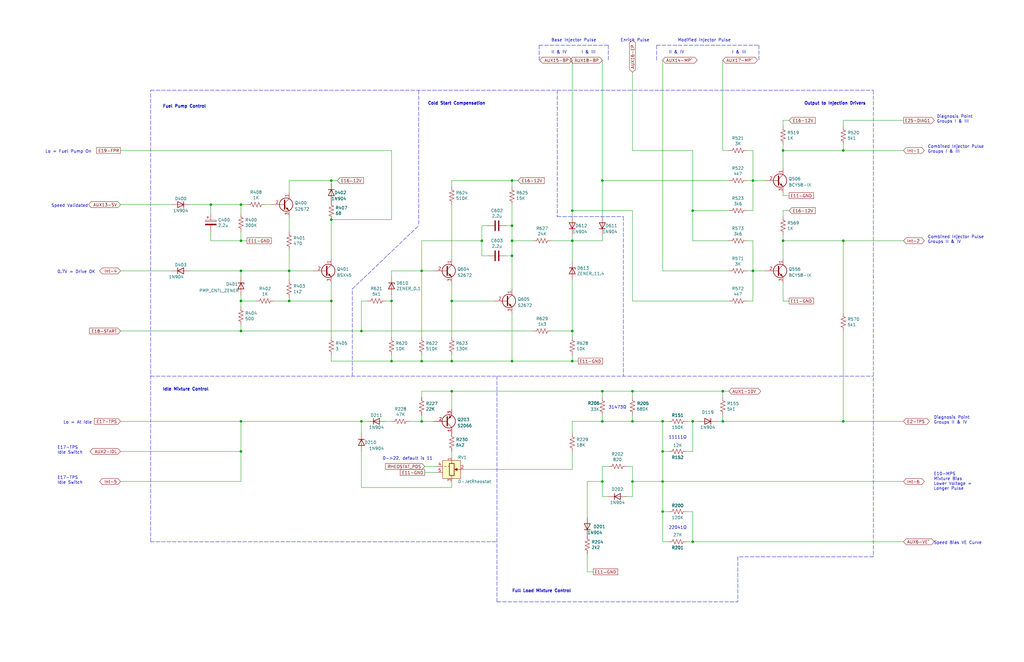
<source format=kicad_sch>
(kicad_sch (version 20211123) (generator eeschema)
  (paper "B")
  (title_block (title "Bosch D-Jetronic ECU 0 280 002 005") (date "2022-03-13") (rev "1.09") (company "Mercedes-Benz") (comment 1 "M117.982 Engine") (comment 2 "Bosch Order # 0 280 002 005") (comment 3 "Mercedes-Benz Part # A 000 545 26 32") (comment 4 "TPS and Fuel Pump Control"))
  (lib_symbols
    (symbol "Bosch-ECU-0-280-002-005-rescue:CP-Device" (pin_numbers hide) (pin_names (offset 0.254))
      (property "Reference" "C" (at 0.635 2.54 0))
      (property "Value" "CP-Device" (at 0.635 -2.54 0))
      (symbol "CP-Device_0_1"
        (rectangle (start -2.286 0.508) (end 2.286 1.016))
        (polyline (pts (xy -1.778 2.286) (xy -0.762 2.286)))
        (polyline (pts (xy -1.27 2.794) (xy -1.27 1.778)))
        (rectangle (start 2.286 -0.508) (end -2.286 -1.016) (fill (type outline)))
      )
      (symbol "CP-Device_1_1"
        (pin passive line (at 0 3.81 270) (length 2.794) (name "~") (number "1"))
        (pin passive line (at 0 -3.81 90) (length 2.794) (name "~") (number "2"))
      )
    )
    (symbol "Bosch-ECU-0-280-002-005-rescue:D-JetRheostat-BritishIdeas" (pin_names (offset 1.016) hide)
      (property "Reference" "RV" (at 2.54 5.08 0))
      (property "Value" "Bosch-ECU-0-280-002-005-rescue_D-JetRheostat-BritishIdeas" (at 0 -12.7 0))
      (symbol "D-JetRheostat-BritishIdeas_0_1"
        (polyline (pts (xy -3.048 1.27) (xy -2.286 1.27)))
        (polyline (pts (xy -1.524 1.27) (xy -1.016 1.27)))
        (polyline (pts (xy 0 -3.81) (xy 0 -2.54)))
        (polyline (pts (xy 0 2.54) (xy 0 3.81)))
        (polyline (pts (xy 2.54 0) (xy 1.524 0)))
        (polyline (pts (xy 3.81 0) (xy 2.54 0)))
        (polyline (pts (xy 1.143 0) (xy 2.286 0.508) (xy 2.286 -0.508) (xy 1.143 0)) (fill (type outline)))
        (rectangle (start 1.016 2.54) (end -1.016 -2.54) (stroke (width 0.254)))
        (rectangle (start 3.81 3.81) (end -3.81 -3.81) (fill (type background)))
      )
      (symbol "D-JetRheostat-BritishIdeas_1_1"
        (pin passive line (at 0 5.08 270) (length 1.27) (name "1") (number "1"))
        (pin passive line (at 5.08 0 180) (length 1.27) (name "2") (number "2"))
        (pin passive line (at 0 -5.08 90) (length 1.27) (name "3") (number "3"))
        (pin input line (at -6.35 1.27 0) (length 2.54) (name "KNOB_POS") (number "4"))
        (pin power_in line (at -6.35 -1.27 0) (length 2.54) (name "GND") (number "5"))
      )
    )
    (symbol "Device:C" (pin_numbers hide) (pin_names (offset 0.254))
      (property "Reference" "C" (at 0.635 2.54 0))
      (property "Value" "C" (at 0.635 -2.54 0))
      (symbol "C_0_1"
        (polyline (pts (xy -2.032 -0.762) (xy 2.032 -0.762)) (stroke (width 0.508)))
        (polyline (pts (xy -2.032 0.762) (xy 2.032 0.762)) (stroke (width 0.508)))
      )
      (symbol "C_1_1"
        (pin passive line (at 0 3.81 270) (length 2.794) (name "~") (number "1"))
        (pin passive line (at 0 -3.81 90) (length 2.794) (name "~") (number "2"))
      )
    )
    (symbol "Device:D" (pin_numbers hide) (pin_names (offset 1.016) hide)
      (property "Reference" "D" (at 0 2.54 0))
      (property "Value" "D" (at 0 -2.54 0))
      (symbol "D_0_1"
        (polyline (pts (xy -1.27 1.27) (xy -1.27 -1.27)) (stroke (width 0.254)))
        (polyline (pts (xy 1.27 0) (xy -1.27 0)))
        (polyline (pts (xy 1.27 1.27) (xy 1.27 -1.27) (xy -1.27 0) (xy 1.27 1.27)) (stroke (width 0.254)))
      )
      (symbol "D_1_1"
        (pin passive line (at -3.81 0 0) (length 2.54) (name "K") (number "1"))
        (pin passive line (at 3.81 0 180) (length 2.54) (name "A") (number "2"))
      )
    )
    (symbol "Device:D_Zener" (pin_numbers hide) (pin_names (offset 1.016) hide)
      (property "Reference" "D" (at 0 2.54 0))
      (property "Value" "D_Zener" (at 0 -2.54 0))
      (symbol "D_Zener_0_1"
        (polyline (pts (xy 1.27 0) (xy -1.27 0)))
        (polyline (pts (xy -1.27 -1.27) (xy -1.27 1.27) (xy -0.762 1.27)) (stroke (width 0.254)))
        (polyline (pts (xy 1.27 -1.27) (xy 1.27 1.27) (xy -1.27 0) (xy 1.27 -1.27)) (stroke (width 0.254)))
      )
      (symbol "D_Zener_1_1"
        (pin passive line (at -3.81 0 0) (length 2.54) (name "K") (number "1"))
        (pin passive line (at 3.81 0 180) (length 2.54) (name "A") (number "2"))
      )
    )
    (symbol "Device:Q_PNP_CBE" (pin_names (offset 0) hide)
      (property "Reference" "Q" (at 5.08 1.27 0))
      (property "Value" "Q_PNP_CBE" (at 5.08 -1.27 0))
      (symbol "Q_PNP_CBE_0_1"
        (polyline (pts (xy 0.635 0.635) (xy 2.54 2.54)))
        (polyline (pts (xy 0.635 -0.635) (xy 2.54 -2.54) (xy 2.54 -2.54)))
        (polyline (pts (xy 0.635 1.905) (xy 0.635 -1.905) (xy 0.635 -1.905)) (stroke (width 0.508)))
        (polyline (pts (xy 2.286 -1.778) (xy 1.778 -2.286) (xy 1.27 -1.27) (xy 2.286 -1.778) (xy 2.286 -1.778)) (fill (type outline)))
        (circle (center 1.27 0) (radius 2.8194) (stroke (width 0.254)))
      )
      (symbol "Q_PNP_CBE_1_1"
        (pin passive line (at 2.54 5.08 270) (length 2.54) (name "C") (number "1"))
        (pin input line (at -5.08 0 0) (length 5.715) (name "B") (number "2"))
        (pin passive line (at 2.54 -5.08 90) (length 2.54) (name "E") (number "3"))
      )
    )
    (symbol "Device:R_US" (pin_numbers hide) (pin_names (offset 0))
      (property "Reference" "R" (at 2.54 0 90))
      (property "Value" "R_US" (at -2.54 0 90))
      (symbol "R_US_0_1"
        (polyline (pts (xy 0 -2.286) (xy 0 -2.54)))
        (polyline (pts (xy 0 2.286) (xy 0 2.54)))
        (polyline (pts (xy 0 -0.762) (xy 1.016 -1.143) (xy 0 -1.524) (xy -1.016 -1.905) (xy 0 -2.286)))
        (polyline (pts (xy 0 0.762) (xy 1.016 0.381) (xy 0 0) (xy -1.016 -0.381) (xy 0 -0.762)))
        (polyline (pts (xy 0 2.286) (xy 1.016 1.905) (xy 0 1.524) (xy -1.016 1.143) (xy 0 0.762)))
      )
      (symbol "R_US_1_1"
        (pin passive line (at 0 3.81 270) (length 1.27) (name "~") (number "1"))
        (pin passive line (at 0 -3.81 90) (length 1.27) (name "~") (number "2"))
      )
    )
    (symbol "Transistor_BJT:BC548" (pin_names (offset 0) hide)
      (property "Reference" "Q" (at 5.08 1.905 0))
      (property "Value" "BC548" (at 5.08 0 0))
      (symbol "BC548_0_1"
        (polyline (pts (xy 0 0) (xy 0.635 0)))
        (polyline (pts (xy 0.635 0.635) (xy 2.54 2.54)))
        (polyline (pts (xy 0.635 -0.635) (xy 2.54 -2.54) (xy 2.54 -2.54)))
        (polyline (pts (xy 0.635 1.905) (xy 0.635 -1.905) (xy 0.635 -1.905)) (stroke (width 0.508)))
        (polyline (pts (xy 1.27 -1.778) (xy 1.778 -1.27) (xy 2.286 -2.286) (xy 1.27 -1.778) (xy 1.27 -1.778)) (fill (type outline)))
        (circle (center 1.27 0) (radius 2.8194) (stroke (width 0.254)))
      )
      (symbol "BC548_1_1"
        (pin passive line (at 2.54 5.08 270) (length 2.54) (name "C") (number "1"))
        (pin input line (at -5.08 0 0) (length 5.08) (name "B") (number "2"))
        (pin passive line (at 2.54 -5.08 90) (length 2.54) (name "E") (number "3"))
      )
    )
  )
  (junction (at 241.3 101.6))
  (junction (at 355.6 177.8))
  (junction (at 101.6 114.3))
  (junction (at 177.8 114.3))
  (junction (at 330.2 101.6))
  (junction (at 190.5 165.1))
  (junction (at 254 165.1))
  (junction (at 152.4 139.7))
  (junction (at 317.5 114.3))
  (junction (at 101.6 190.5))
  (junction (at 101.6 86.36))
  (junction (at 177.8 177.8))
  (junction (at 279.4 203.2))
  (junction (at 121.92 127))
  (junction (at 279.4 215.9))
  (junction (at 165.1 127))
  (junction (at 241.3 152.4))
  (junction (at 292.1 88.9))
  (junction (at 139.7 92.71))
  (junction (at 101.6 101.6))
  (junction (at 215.9 95.25))
  (junction (at 190.5 127))
  (junction (at 101.6 177.8))
  (junction (at 190.5 152.4))
  (junction (at 254 76.2))
  (junction (at 101.6 139.7))
  (junction (at 266.7 177.8))
  (junction (at 121.92 114.3))
  (junction (at 266.7 203.2))
  (junction (at 254 203.2))
  (junction (at 355.6 63.5))
  (junction (at 304.8 177.8))
  (junction (at 355.6 101.6))
  (junction (at 101.6 127))
  (junction (at 88.9 86.36))
  (junction (at 330.2 63.5))
  (junction (at 165.1 152.4))
  (junction (at 254 177.8))
  (junction (at 215.9 76.2))
  (junction (at 292.1 228.6))
  (junction (at 266.7 165.1))
  (junction (at 152.4 177.8))
  (junction (at 279.4 177.8))
  (junction (at 215.9 152.4))
  (junction (at 241.3 88.9))
  (junction (at 177.8 152.4))
  (junction (at 139.7 76.2))
  (junction (at 215.9 101.6))
  (junction (at 241.3 139.7))
  (junction (at 203.2 101.6))
  (junction (at 304.8 165.1))
  (junction (at 292.1 177.8))
  (junction (at 215.9 107.95))
  (junction (at 317.5 76.2))
  (junction (at 139.7 127))
  (junction (at 279.4 190.5))
  (wire (pts (xy 254 209.55) (xy 256.54 209.55)))
  (wire (pts (xy 101.6 86.36) (xy 104.14 86.36)))
  (wire (pts (xy 203.2 107.95) (xy 205.74 107.95)))
  (polyline (pts (xy 262.89 91.44) (xy 262.89 158.75)))
  (wire (pts (xy 241.3 177.8) (xy 241.3 182.88)))
  (wire (pts (xy 203.2 101.6) (xy 203.2 107.95)))
  (wire (pts (xy 190.5 165.1) (xy 254 165.1)))
  (wire (pts (xy 241.3 139.7) (xy 241.3 142.24)))
  (wire (pts (xy 279.4 215.9) (xy 279.4 228.6)))
  (wire (pts (xy 152.4 177.8) (xy 152.4 182.88)))
  (wire (pts (xy 314.96 114.3) (xy 317.5 114.3)))
  (polyline (pts (xy 368.3 234.95) (xy 311.15 234.95)))
  (wire (pts (xy 50.8 86.36) (xy 72.39 86.36)))
  (wire (pts (xy 177.8 101.6) (xy 203.2 101.6)))
  (wire (pts (xy 279.4 190.5) (xy 279.4 203.2)))
  (wire (pts (xy 50.8 190.5) (xy 101.6 190.5)))
  (polyline (pts (xy 227.33 19.05) (xy 256.54 19.05)))
  (wire (pts (xy 266.7 165.1) (xy 304.8 165.1)))
  (wire (pts (xy 107.95 127) (xy 101.6 127)))
  (wire (pts (xy 165.1 63.5) (xy 165.1 92.71)))
  (wire (pts (xy 111.76 86.36) (xy 114.3 86.36)))
  (polyline (pts (xy 368.3 38.1) (xy 368.3 234.95)))
  (wire (pts (xy 279.4 177.8) (xy 281.94 177.8)))
  (wire (pts (xy 266.7 30.48) (xy 266.7 63.5)))
  (wire (pts (xy 241.3 149.86) (xy 241.3 152.4)))
  (polyline (pts (xy 234.95 38.1) (xy 234.95 91.44)))
  (polyline (pts (xy 148.59 121.92) (xy 176.53 95.25)))
  (wire (pts (xy 266.7 203.2) (xy 279.4 203.2)))
  (wire (pts (xy 154.94 177.8) (xy 152.4 177.8)))
  (wire (pts (xy 232.41 139.7) (xy 241.3 139.7)))
  (wire (pts (xy 177.8 114.3) (xy 177.8 101.6)))
  (wire (pts (xy 215.9 101.6) (xy 215.9 107.95)))
  (wire (pts (xy 88.9 86.36) (xy 101.6 86.36)))
  (polyline (pts (xy 227.33 25.4) (xy 227.33 19.05)))
  (wire (pts (xy 101.6 114.3) (xy 121.92 114.3)))
  (wire (pts (xy 241.3 118.11) (xy 241.3 139.7)))
  (wire (pts (xy 190.5 78.74) (xy 190.5 76.2)))
  (wire (pts (xy 330.2 53.34) (xy 330.2 50.8)))
  (wire (pts (xy 154.94 127) (xy 152.4 127)))
  (wire (pts (xy 292.1 177.8) (xy 292.1 190.5)))
  (wire (pts (xy 292.1 190.5) (xy 289.56 190.5)))
  (wire (pts (xy 101.6 139.7) (xy 152.4 139.7)))
  (wire (pts (xy 330.2 60.96) (xy 330.2 63.5)))
  (wire (pts (xy 101.6 137.16) (xy 101.6 139.7)))
  (wire (pts (xy 307.34 88.9) (xy 292.1 88.9)))
  (wire (pts (xy 50.8 177.8) (xy 101.6 177.8)))
  (wire (pts (xy 254 25.4) (xy 254 76.2)))
  (wire (pts (xy 279.4 114.3) (xy 307.34 114.3)))
  (wire (pts (xy 139.7 77.47) (xy 139.7 76.2)))
  (wire (pts (xy 80.01 86.36) (xy 88.9 86.36)))
  (wire (pts (xy 266.7 177.8) (xy 279.4 177.8)))
  (polyline (pts (xy 63.5 38.1) (xy 368.3 38.1)))
  (wire (pts (xy 294.64 177.8) (xy 292.1 177.8)))
  (wire (pts (xy 266.7 196.85) (xy 266.7 203.2)))
  (wire (pts (xy 330.2 88.9) (xy 332.74 88.9)))
  (wire (pts (xy 50.8 203.2) (xy 101.6 203.2)))
  (wire (pts (xy 215.9 107.95) (xy 215.9 121.92)))
  (wire (pts (xy 355.6 177.8) (xy 381 177.8)))
  (wire (pts (xy 101.6 101.6) (xy 104.14 101.6)))
  (wire (pts (xy 121.92 105.41) (xy 121.92 114.3)))
  (wire (pts (xy 314.96 101.6) (xy 317.5 101.6)))
  (wire (pts (xy 330.2 99.06) (xy 330.2 101.6)))
  (wire (pts (xy 241.3 99.06) (xy 241.3 101.6)))
  (wire (pts (xy 330.2 91.44) (xy 330.2 88.9)))
  (wire (pts (xy 177.8 149.86) (xy 177.8 152.4)))
  (wire (pts (xy 266.7 127) (xy 307.34 127)))
  (wire (pts (xy 279.4 228.6) (xy 281.94 228.6)))
  (wire (pts (xy 215.9 95.25) (xy 215.9 101.6)))
  (wire (pts (xy 139.7 142.24) (xy 139.7 127)))
  (wire (pts (xy 101.6 177.8) (xy 152.4 177.8)))
  (wire (pts (xy 241.3 198.12) (xy 195.58 198.12)))
  (wire (pts (xy 152.4 127) (xy 152.4 139.7)))
  (wire (pts (xy 314.96 63.5) (xy 317.5 63.5)))
  (wire (pts (xy 165.1 149.86) (xy 165.1 152.4)))
  (wire (pts (xy 121.92 91.44) (xy 121.92 97.79)))
  (wire (pts (xy 355.6 101.6) (xy 381 101.6)))
  (wire (pts (xy 289.56 215.9) (xy 292.1 215.9)))
  (wire (pts (xy 121.92 114.3) (xy 121.92 118.11)))
  (wire (pts (xy 177.8 165.1) (xy 190.5 165.1)))
  (wire (pts (xy 203.2 95.25) (xy 205.74 95.25)))
  (wire (pts (xy 330.2 127) (xy 332.74 127)))
  (wire (pts (xy 304.8 165.1) (xy 307.34 165.1)))
  (polyline (pts (xy 209.55 254) (xy 311.15 254)))
  (wire (pts (xy 304.8 63.5) (xy 307.34 63.5)))
  (polyline (pts (xy 63.5 228.6) (xy 63.5 38.1)))
  (wire (pts (xy 190.5 127) (xy 190.5 142.24)))
  (wire (pts (xy 190.5 76.2) (xy 215.9 76.2)))
  (wire (pts (xy 241.3 88.9) (xy 241.3 91.44)))
  (polyline (pts (xy 320.04 19.05) (xy 320.04 25.4)))
  (wire (pts (xy 139.7 149.86) (xy 139.7 152.4)))
  (wire (pts (xy 264.16 196.85) (xy 266.7 196.85)))
  (wire (pts (xy 190.5 190.5) (xy 190.5 193.04)))
  (wire (pts (xy 241.3 190.5) (xy 241.3 198.12)))
  (wire (pts (xy 88.9 101.6) (xy 101.6 101.6)))
  (wire (pts (xy 165.1 114.3) (xy 177.8 114.3)))
  (wire (pts (xy 247.65 241.3) (xy 250.19 241.3)))
  (wire (pts (xy 254 196.85) (xy 256.54 196.85)))
  (wire (pts (xy 190.5 86.36) (xy 190.5 109.22)))
  (wire (pts (xy 330.2 50.8) (xy 332.74 50.8)))
  (wire (pts (xy 215.9 78.74) (xy 215.9 76.2)))
  (wire (pts (xy 215.9 101.6) (xy 224.79 101.6)))
  (wire (pts (xy 177.8 167.64) (xy 177.8 165.1)))
  (wire (pts (xy 165.1 124.46) (xy 165.1 127)))
  (polyline (pts (xy 148.59 158.75) (xy 148.59 121.92)))
  (wire (pts (xy 139.7 127) (xy 139.7 119.38)))
  (wire (pts (xy 215.9 76.2) (xy 218.44 76.2)))
  (polyline (pts (xy 276.86 19.05) (xy 320.04 19.05)))
  (wire (pts (xy 381 50.8) (xy 355.6 50.8)))
  (wire (pts (xy 88.9 86.36) (xy 88.9 90.17)))
  (wire (pts (xy 266.7 175.26) (xy 266.7 177.8)))
  (wire (pts (xy 152.4 205.74) (xy 190.5 205.74)))
  (wire (pts (xy 50.8 63.5) (xy 165.1 63.5)))
  (wire (pts (xy 208.28 127) (xy 190.5 127)))
  (wire (pts (xy 317.5 88.9) (xy 314.96 88.9)))
  (wire (pts (xy 213.36 95.25) (xy 215.9 95.25)))
  (wire (pts (xy 254 196.85) (xy 254 203.2)))
  (wire (pts (xy 177.8 177.8) (xy 182.88 177.8)))
  (wire (pts (xy 322.58 114.3) (xy 317.5 114.3)))
  (wire (pts (xy 266.7 209.55) (xy 264.16 209.55)))
  (wire (pts (xy 247.65 203.2) (xy 254 203.2)))
  (wire (pts (xy 101.6 190.5) (xy 101.6 203.2)))
  (wire (pts (xy 182.88 114.3) (xy 177.8 114.3)))
  (wire (pts (xy 292.1 228.6) (xy 381 228.6)))
  (wire (pts (xy 317.5 127) (xy 314.96 127)))
  (wire (pts (xy 241.3 25.4) (xy 241.3 88.9)))
  (wire (pts (xy 254 203.2) (xy 254 209.55)))
  (polyline (pts (xy 256.54 19.05) (xy 256.54 25.4)))
  (wire (pts (xy 317.5 114.3) (xy 317.5 127)))
  (wire (pts (xy 215.9 86.36) (xy 215.9 95.25)))
  (polyline (pts (xy 63.5 228.6) (xy 209.55 228.6)))
  (wire (pts (xy 162.56 127) (xy 165.1 127)))
  (wire (pts (xy 266.7 63.5) (xy 292.1 63.5)))
  (wire (pts (xy 213.36 107.95) (xy 215.9 107.95)))
  (wire (pts (xy 101.6 114.3) (xy 101.6 116.84)))
  (wire (pts (xy 121.92 81.28) (xy 121.92 76.2)))
  (wire (pts (xy 139.7 76.2) (xy 142.24 76.2)))
  (wire (pts (xy 330.2 82.55) (xy 332.74 82.55)))
  (wire (pts (xy 121.92 76.2) (xy 139.7 76.2)))
  (polyline (pts (xy 276.86 25.4) (xy 276.86 19.05)))
  (wire (pts (xy 215.9 132.08) (xy 215.9 152.4)))
  (wire (pts (xy 241.3 110.49) (xy 241.3 101.6)))
  (wire (pts (xy 330.2 63.5) (xy 330.2 71.12)))
  (wire (pts (xy 254 177.8) (xy 266.7 177.8)))
  (wire (pts (xy 232.41 101.6) (xy 241.3 101.6)))
  (wire (pts (xy 101.6 97.79) (xy 101.6 101.6)))
  (wire (pts (xy 254 99.06) (xy 254 101.6)))
  (wire (pts (xy 322.58 76.2) (xy 317.5 76.2)))
  (wire (pts (xy 241.3 152.4) (xy 243.84 152.4)))
  (wire (pts (xy 121.92 127) (xy 139.7 127)))
  (wire (pts (xy 330.2 63.5) (xy 355.6 63.5)))
  (wire (pts (xy 139.7 152.4) (xy 165.1 152.4)))
  (wire (pts (xy 330.2 101.6) (xy 330.2 109.22)))
  (wire (pts (xy 190.5 149.86) (xy 190.5 152.4)))
  (wire (pts (xy 80.01 114.3) (xy 101.6 114.3)))
  (wire (pts (xy 307.34 76.2) (xy 254 76.2)))
  (wire (pts (xy 152.4 139.7) (xy 224.79 139.7)))
  (wire (pts (xy 292.1 88.9) (xy 292.1 101.6)))
  (wire (pts (xy 179.07 199.39) (xy 184.15 199.39)))
  (wire (pts (xy 279.4 25.4) (xy 279.4 114.3)))
  (wire (pts (xy 302.26 177.8) (xy 304.8 177.8)))
  (wire (pts (xy 254 175.26) (xy 254 177.8)))
  (wire (pts (xy 177.8 152.4) (xy 190.5 152.4)))
  (wire (pts (xy 330.2 101.6) (xy 355.6 101.6)))
  (wire (pts (xy 355.6 63.5) (xy 381 63.5)))
  (wire (pts (xy 241.3 177.8) (xy 254 177.8)))
  (wire (pts (xy 355.6 139.7) (xy 355.6 177.8)))
  (wire (pts (xy 317.5 76.2) (xy 317.5 88.9)))
  (wire (pts (xy 101.6 124.46) (xy 101.6 127)))
  (wire (pts (xy 115.57 127) (xy 121.92 127)))
  (wire (pts (xy 172.72 177.8) (xy 177.8 177.8)))
  (wire (pts (xy 266.7 167.64) (xy 266.7 165.1)))
  (wire (pts (xy 247.65 203.2) (xy 247.65 218.44)))
  (wire (pts (xy 304.8 25.4) (xy 304.8 63.5)))
  (wire (pts (xy 254 167.64) (xy 254 165.1)))
  (wire (pts (xy 190.5 119.38) (xy 190.5 127)))
  (wire (pts (xy 292.1 228.6) (xy 289.56 228.6)))
  (wire (pts (xy 101.6 139.7) (xy 50.8 139.7)))
  (wire (pts (xy 165.1 127) (xy 165.1 142.24)))
  (wire (pts (xy 203.2 95.25) (xy 203.2 101.6)))
  (wire (pts (xy 254 165.1) (xy 266.7 165.1)))
  (wire (pts (xy 190.5 205.74) (xy 190.5 203.2)))
  (wire (pts (xy 355.6 132.08) (xy 355.6 101.6)))
  (wire (pts (xy 304.8 177.8) (xy 355.6 177.8)))
  (polyline (pts (xy 176.53 38.1) (xy 176.53 95.25)))
  (wire (pts (xy 355.6 50.8) (xy 355.6 53.34)))
  (wire (pts (xy 292.1 63.5) (xy 292.1 88.9)))
  (wire (pts (xy 88.9 97.79) (xy 88.9 101.6)))
  (wire (pts (xy 165.1 116.84) (xy 165.1 114.3)))
  (polyline (pts (xy 234.95 91.44) (xy 262.89 91.44)))
  (wire (pts (xy 330.2 119.38) (xy 330.2 127)))
  (wire (pts (xy 279.4 177.8) (xy 279.4 190.5)))
  (wire (pts (xy 152.4 190.5) (xy 152.4 205.74)))
  (wire (pts (xy 317.5 101.6) (xy 317.5 114.3)))
  (wire (pts (xy 279.4 203.2) (xy 279.4 215.9)))
  (wire (pts (xy 241.3 101.6) (xy 254 101.6)))
  (wire (pts (xy 314.96 76.2) (xy 317.5 76.2)))
  (wire (pts (xy 254 76.2) (xy 254 91.44)))
  (wire (pts (xy 165.1 152.4) (xy 177.8 152.4)))
  (wire (pts (xy 355.6 60.96) (xy 355.6 63.5)))
  (wire (pts (xy 139.7 92.71) (xy 165.1 92.71)))
  (wire (pts (xy 72.39 114.3) (xy 50.8 114.3)))
  (wire (pts (xy 190.5 152.4) (xy 215.9 152.4)))
  (wire (pts (xy 121.92 127) (xy 121.92 125.73)))
  (wire (pts (xy 101.6 86.36) (xy 101.6 90.17)))
  (wire (pts (xy 162.56 177.8) (xy 165.1 177.8)))
  (wire (pts (xy 304.8 167.64) (xy 304.8 165.1)))
  (wire (pts (xy 292.1 177.8) (xy 289.56 177.8)))
  (wire (pts (xy 304.8 175.26) (xy 304.8 177.8)))
  (wire (pts (xy 179.07 196.85) (xy 184.15 196.85)))
  (wire (pts (xy 177.8 142.24) (xy 177.8 114.3)))
  (wire (pts (xy 266.7 88.9) (xy 266.7 127)))
  (wire (pts (xy 247.65 233.68) (xy 247.65 241.3)))
  (wire (pts (xy 190.5 165.1) (xy 190.5 172.72)))
  (wire (pts (xy 279.4 190.5) (xy 281.94 190.5)))
  (wire (pts (xy 266.7 203.2) (xy 266.7 209.55)))
  (wire (pts (xy 279.4 203.2) (xy 381 203.2)))
  (wire (pts (xy 330.2 81.28) (xy 330.2 82.55)))
  (wire (pts (xy 279.4 215.9) (xy 281.94 215.9)))
  (wire (pts (xy 215.9 152.4) (xy 241.3 152.4)))
  (wire (pts (xy 101.6 127) (xy 101.6 129.54)))
  (wire (pts (xy 139.7 92.71) (xy 139.7 109.22)))
  (wire (pts (xy 317.5 63.5) (xy 317.5 76.2)))
  (wire (pts (xy 292.1 215.9) (xy 292.1 228.6)))
  (polyline (pts (xy 311.15 234.95) (xy 311.15 254)))
  (wire (pts (xy 266.7 88.9) (xy 241.3 88.9)))
  (polyline (pts (xy 63.5 158.75) (xy 368.3 158.75)))
  (wire (pts (xy 292.1 101.6) (xy 307.34 101.6)))
  (wire (pts (xy 177.8 175.26) (xy 177.8 177.8)))
  (wire (pts (xy 101.6 177.8) (xy 101.6 190.5)))
  (wire (pts (xy 121.92 114.3) (xy 132.08 114.3)))
  (polyline (pts (xy 209.55 254) (xy 209.55 158.75)))
  (text "Diagnosis Point\nGroups II & IV" (at 393.7 179.07 0) (effects (font (size 1.27 1.27)) (justify left bottom)))
  (text "Lo = At Idle" (at 26.67 179.07 0) (effects (font (size 1.27 1.27)) (justify left bottom)))
  (text "Combined Injector Pulse\nGroups I & III" (at 391.16 64.77 0) (effects (font (size 1.27 1.27)) (justify left bottom)))
  (text "II & IV" (at 232.41 22.86 0) (effects (font (size 1.27 1.27)) (justify left bottom)))
  (text "11111Ω" (at 281.94 185.42 0) (effects (font (size 1.27 1.27)) (justify left bottom)))
  (text "Modified Injector Pulse" (at 285.75 17.78 0) (effects (font (size 1.27 1.27)) (justify left bottom)))
  (text "Diagnosis Point\nGroups I & III" (at 394.97 52.07 0) (effects (font (size 1.27 1.27)) (justify left bottom)))
  (text "0.7V = Drive OK" (at 24.13 115.57 0) (effects (font (size 1.27 1.27)) (justify left bottom)))
  (text "Idle Mixture Control" (at 68.58 165.1 0) (effects (font (size 1.27 1.27) (thickness 0.254) bold) (justify left bottom)))
  (text "Base Injector Pulse" (at 232.41 17.78 0) (effects (font (size 1.27 1.27)) (justify left bottom)))
  (text "E17-TPS\nIdle Switch" (at 24.13 191.77 0) (effects (font (size 1.27 1.27)) (justify left bottom)))
  (text "Speed Validated" (at 21.59 87.63 0) (effects (font (size 1.27 1.27)) (justify left bottom)))
  (text "Lo = Fuel Pump On" (at 19.05 64.77 0) (effects (font (size 1.27 1.27)) (justify left bottom)))
  (text "0->22, default is 11" (at 161.29 194.31 0) (effects (font (size 1.27 1.27)) (justify left bottom)))
  (text "E17-TPS\nIdle Switch" (at 24.13 204.47 0) (effects (font (size 1.27 1.27)) (justify left bottom)))
  (text "Enrich Pulse" (at 261.62 17.78 0) (effects (font (size 1.27 1.27)) (justify left bottom)))
  (text "Output to Injection Drivers" (at 339.09 44.45 0) (effects (font (size 1.27 1.27) (thickness 0.254) bold) (justify left bottom)))
  (text "Fuel Pump Control" (at 68.58 45.72 0) (effects (font (size 1.27 1.27) (thickness 0.254) bold) (justify left bottom)))
  (text "31473Ω" (at 256.54 172.72 0) (effects (font (size 1.27 1.27)) (justify left bottom)))
  (text "I & III" (at 308.61 22.86 0) (effects (font (size 1.27 1.27)) (justify left bottom)))
  (text "Full Load Mixture Control" (at 215.9 250.19 0) (effects (font (size 1.27 1.27) (thickness 0.254) bold) (justify left bottom)))
  (text "II & IV" (at 281.94 22.86 0) (effects (font (size 1.27 1.27)) (justify left bottom)))
  (text "I & III" (at 245.11 22.86 0) (effects (font (size 1.27 1.27)) (justify left bottom)))
  (text "Combined Injector Pulse\nGroups II & IV" (at 391.16 102.87 0) (effects (font (size 1.27 1.27)) (justify left bottom)))
  (text "E10-MPS\nMixture Bias\nLower Voltage = \nLonger Pulse" (at 393.7 207.01 0) (effects (font (size 1.27 1.27)) (justify left bottom)))
  (text "Cold Start Compensation" (at 180.34 44.45 0) (effects (font (size 1.27 1.27) (thickness 0.254) bold) (justify left bottom)))
  (text "22041Ω" (at 281.94 223.52 0) (effects (font (size 1.27 1.27)) (justify left bottom)))
  (text "Speed Bias VE Curve" (at 393.7 229.87 0) (effects (font (size 1.27 1.27)) (justify left bottom)))
  (global_label "E2-TPS" (shape bidirectional) (at 381 177.8 0) (property "Intersheet References" "${INTERSHEET_REFS}" (effects hide)))
  (global_label "E11-GND" (shape passive) (at 332.74 127 0) (property "Intersheet References" "${INTERSHEET_REFS}" (effects hide)))
  (global_label "E17-TPS" (shape input) (at 50.8 177.8 180) (property "Intersheet References" "${INTERSHEET_REFS}" (effects hide)))
  (global_label "E11-GND" (shape passive) (at 250.19 241.3 0) (property "Intersheet References" "${INTERSHEET_REFS}" (effects hide)))
  (global_label "E19-FPR" (shape passive) (at 50.8 63.5 180) (property "Intersheet References" "${INTERSHEET_REFS}" (effects hide)))
  (global_label "E16-12V" (shape input) (at 332.74 88.9 0) (property "Intersheet References" "${INTERSHEET_REFS}" (effects hide)))
  (global_label "AUX14-MP^" (shape bidirectional) (at 279.4 25.4 0) (property "Intersheet References" "${INTERSHEET_REFS}" (effects hide)))
  (global_label "Int-4" (shape bidirectional) (at 50.8 114.3 180) (property "Intersheet References" "${INTERSHEET_REFS}" (effects hide)))
  (global_label "E18-START" (shape input) (at 50.8 139.7 180) (property "Intersheet References" "${INTERSHEET_REFS}" (effects hide)))
  (global_label "AUX17-MP^" (shape bidirectional) (at 304.8 25.4 0) (property "Intersheet References" "${INTERSHEET_REFS}" (effects hide)))
  (global_label "RHEOSTAT_POS" (shape input) (at 179.07 196.85 180) (property "Intersheet References" "${INTERSHEET_REFS}" (effects hide)))
  (global_label "Int-5" (shape bidirectional) (at 50.8 203.2 180) (property "Intersheet References" "${INTERSHEET_REFS}" (effects hide)))
  (global_label "Int-1" (shape bidirectional) (at 381 63.5 0) (property "Intersheet References" "${INTERSHEET_REFS}" (effects hide)))
  (global_label "AUX6-VE^" (shape bidirectional) (at 381 228.6 0) (property "Intersheet References" "${INTERSHEET_REFS}" (effects hide)))
  (global_label "Int-6" (shape bidirectional) (at 381 203.2 0) (property "Intersheet References" "${INTERSHEET_REFS}" (effects hide)))
  (global_label "AUX2-IDL" (shape bidirectional) (at 50.8 190.5 180) (property "Intersheet References" "${INTERSHEET_REFS}" (effects hide)))
  (global_label "AUX16-EP" (shape bidirectional) (at 266.7 30.48 90) (property "Intersheet References" "${INTERSHEET_REFS}" (effects hide)))
  (global_label "E25-DIAG1" (shape output) (at 381 50.8 0) (property "Intersheet References" "${INTERSHEET_REFS}" (effects hide)))
  (global_label "E11-GND" (shape passive) (at 104.14 101.6 0) (property "Intersheet References" "${INTERSHEET_REFS}" (effects hide)))
  (global_label "AUX1-10V" (shape bidirectional) (at 307.34 165.1 0) (property "Intersheet References" "${INTERSHEET_REFS}" (effects hide)))
  (global_label "AUX18-BP" (shape bidirectional) (at 254 25.4 180) (property "Intersheet References" "${INTERSHEET_REFS}" (effects hide)))
  (global_label "E16-12V" (shape input) (at 142.24 76.2 0) (property "Intersheet References" "${INTERSHEET_REFS}" (effects hide)))
  (global_label "E11-GND" (shape passive) (at 243.84 152.4 0) (property "Intersheet References" "${INTERSHEET_REFS}" (effects hide)))
  (global_label "AUX15-BP" (shape bidirectional) (at 241.3 25.4 180) (property "Intersheet References" "${INTERSHEET_REFS}" (effects hide)))
  (global_label "AUX13-SV" (shape bidirectional) (at 50.8 86.36 180) (property "Intersheet References" "${INTERSHEET_REFS}" (effects hide)))
  (global_label "E16-12V" (shape input) (at 332.74 50.8 0) (property "Intersheet References" "${INTERSHEET_REFS}" (effects hide)))
  (global_label "E11-GND" (shape passive) (at 332.74 82.55 0) (property "Intersheet References" "${INTERSHEET_REFS}" (effects hide)))
  (global_label "E16-12V" (shape input) (at 218.44 76.2 0) (property "Intersheet References" "${INTERSHEET_REFS}" (effects hide)))
  (global_label "Int-2" (shape bidirectional) (at 381 101.6 0) (property "Intersheet References" "${INTERSHEET_REFS}" (effects hide)))
  (global_label "E11-GND" (shape passive) (at 179.07 199.39 180) (property "Intersheet References" "${INTERSHEET_REFS}" (effects hide)))
  (symbol (lib_id "Device:D") (at 76.2 86.36 180) (unit 1)
    (property "Reference" "D400" (at 76.2 83.82 0))
    (property "Value" "1N904" (at 76.2 88.9 0))
    (property "Footprint" "Lower Left H" (effects hide))
    (property "Notes" "1N904 30V, 10mA, .6V drop" (effects hide))
    (property "Spice_Primitive" "D" (effects hide))
    (property "Spice_Model" "1N904" (effects hide))
    (property "Spice_Netlist_Enabled" "Y" (effects hide))
    (property "Spice_Node_Sequence" "2 1" (effects hide))
  )
  (symbol (lib_id "Bosch-ECU-0-280-002-005-rescue:CP-Device") (at 88.9 93.98 0) (unit 1)
    (property "Reference" "C400" (at 91.8972 92.8116 0) (effects (justify left)))
    (property "Value" "2.2u" (at 91.8972 95.123 0) (effects (justify left)))
    (property "Footprint" "Lower Left H" (effects hide))
    (property "Datasheet" "5910-00-600-2672 MIL-ETS_B 6.8/35 20% 39003 P" (effects hide))
    (property "Notes" "EPO Tantal" (effects hide))
  )
  (symbol (lib_id "Device:R_US") (at 101.6 93.98 0) (unit 1)
    (property "Reference" "R400" (at 103.3272 92.8116 0) (effects (justify left)))
    (property "Value" "300K" (at 103.3272 95.123 0) (effects (justify left)))
    (property "Footprint" "Lower Left H" (effects hide))
    (property "Notes" "O Bk Y Gd = 300KΩ ±5%" (effects hide))
  )
  (symbol (lib_id "Device:R_US") (at 107.95 86.36 270) (unit 1)
    (property "Reference" "R408" (at 107.95 81.153 90))
    (property "Value" "1K" (at 107.95 83.4644 90))
    (property "Footprint" "Lower Left J" (effects hide))
    (property "Notes" "R408 on Peter's labeled picture - Br Bk R Gd = 1KΩ ±5%" (effects hide))
  )
  (symbol (lib_id "Transistor_BJT:BC548") (at 119.38 86.36 0) (unit 1)
    (property "Reference" "Q400" (at 124.2314 86.36 0) (effects (justify left bottom)))
    (property "Value" "S2672" (at 124.2314 87.503 0) (effects (justify left top)))
    (property "Footprint" "Package_TO_SOT_THT:TO-92_Inline" (effects hide))
    (property "Datasheet" "http://www.fairchildsemi.com/ds/BC/BC547.pdf" (effects hide))
    (property "Notes" "Lower Left H" (effects hide))
    (property "Spice_Primitive" "Q" (effects hide))
    (property "Spice_Model" "S2672" (effects hide))
    (property "Spice_Netlist_Enabled" "Y" (effects hide))
  )
  (symbol (lib_id "Device:D_Zener") (at 101.6 120.65 270) (unit 1)
    (property "Reference" "D401" (at 95.25 120.65 90) (effects (justify left bottom)))
    (property "Value" "PMP_CNTL_ZENER" (at 83.947 121.92 90) (effects (justify left top)))
    (property "Footprint" "Lower Left J" (effects hide))
    (property "Notes" "Andy measured .6V drop" (effects hide))
    (property "Spice_Primitive" "D" (effects hide))
    (property "Spice_Model" "PMP_CNTL_ZENER" (effects hide))
    (property "Spice_Netlist_Enabled" "Y" (effects hide))
  )
  (symbol (lib_id "Device:R_US") (at 121.92 121.92 180) (unit 1)
    (property "Reference" "R403" (at 123.6472 120.7516 0) (effects (justify right)))
    (property "Value" "1k2" (at 123.6472 123.063 0) (effects (justify right)))
    (property "Footprint" "Lower H-J Line" (effects hide))
    (property "Notes" "Br R R Gd = 1.2KΩ ±5%" (effects hide))
  )
  (symbol (lib_id "Device:R_US") (at 111.76 127 270) (unit 1)
    (property "Reference" "R402" (at 111.76 121.793 90))
    (property "Value" "1K" (at 111.76 124.1044 90))
    (property "Footprint" "Lower Left H" (effects hide))
    (property "Notes" "R403(2) on Peter's labeled picture - Br Bk R Gd = 1KΩ ±5%" (effects hide))
  )
  (symbol (lib_id "Transistor_BJT:BC548") (at 137.16 114.3 0) (unit 1)
    (property "Reference" "Q401" (at 142.0114 114.3 0) (effects (justify left bottom)))
    (property "Value" "BSX45" (at 142.0114 115.443 0) (effects (justify left top)))
    (property "Footprint" "Package_TO_SOT_THT:TO-92_Inline" (effects hide))
    (property "Datasheet" "http://www.fairchildsemi.com/ds/BC/BC547.pdf" (effects hide))
    (property "Notes" "Lower Right H" (effects hide))
    (property "Spice_Primitive" "Q" (effects hide))
    (property "Spice_Model" "BSX45" (effects hide))
    (property "Spice_Netlist_Enabled" "Y" (effects hide))
  )
  (symbol (lib_id "Device:R_US") (at 101.6 133.35 180) (unit 1)
    (property "Reference" "R404" (at 103.3272 132.1816 0) (effects (justify right)))
    (property "Value" "500" (at 103.3272 134.493 0) (effects (justify right)))
    (property "Footprint" "Lower Center J" (effects hide))
    (property "Notes" "Gn Br Br R = 510Ω ±2%" (effects hide))
  )
  (symbol (lib_id "Device:R_US") (at 139.7 88.9 0) (unit 1)
    (property "Reference" "R407" (at 141.4272 87.7316 0) (effects (justify left)))
    (property "Value" "68" (at 141.4272 90.043 0) (effects (justify left)))
    (property "Footprint" "Lower Right H" (effects hide))
    (property "Notes" "Bl Gr Bk Gd = 68Ω ±5%" (effects hide))
  )
  (symbol (lib_id "Device:D") (at 139.7 81.28 270) (unit 1)
    (property "Reference" "D402" (at 140.97 81.28 90) (effects (justify left)))
    (property "Value" "1N904" (at 139.7 83.82 90) (effects (justify left)))
    (property "Footprint" "Lower Center H" (effects hide))
    (property "Notes" "1N904 30V, 10mA, .6V drop" (effects hide))
    (property "Spice_Primitive" "D" (effects hide))
    (property "Spice_Model" "1N904" (effects hide))
    (property "Spice_Netlist_Enabled" "Y" (effects hide))
    (property "Spice_Node_Sequence" "2 1" (effects hide))
  )
  (symbol (lib_id "Device:R_US") (at 121.92 101.6 0) (unit 1)
    (property "Reference" "R401" (at 123.6472 100.4316 0) (effects (justify left)))
    (property "Value" "470" (at 123.6472 102.743 0) (effects (justify left)))
    (property "Footprint" "Lower Right H" (effects hide))
    (property "Notes" "Y V Br R = 470Ω ±2%" (effects hide))
  )
  (symbol (lib_id "Device:R_US") (at 139.7 146.05 0) (unit 1)
    (property "Reference" "R405" (at 141.4272 144.8816 0) (effects (justify left)))
    (property "Value" "3" (at 141.4272 147.193 0) (effects (justify left)))
    (property "Footprint" "Lower Right H" (effects hide))
    (property "Notes" "O Bk Gd Gd = 3Ω ±5%" (effects hide))
  )
  (symbol (lib_id "Device:R_US") (at 158.75 127 270) (unit 1)
    (property "Reference" "R621" (at 158.75 121.793 90))
    (property "Value" "5k1" (at 158.75 124.1044 90))
    (property "Footprint" "Center Left J" (effects hide))
    (property "Notes" "Gn Br R Gd = 5.1KΩ ±5%" (effects hide))
  )
  (symbol (lib_id "Device:R_US") (at 165.1 146.05 0) (unit 1)
    (property "Reference" "R620" (at 166.8272 144.8816 0) (effects (justify left)))
    (property "Value" "10K" (at 166.8272 147.193 0) (effects (justify left)))
    (property "Footprint" "Center Left J" (effects hide))
    (property "Notes" "Br Bk O Gd = 10KΩ ±5%" (effects hide))
  )
  (symbol (lib_id "Device:D_Zener") (at 165.1 120.65 270) (unit 1)
    (property "Reference" "D610" (at 167.132 119.4816 90) (effects (justify left)))
    (property "Value" "ZENER_0.1" (at 167.132 121.793 90) (effects (justify left)))
    (property "Footprint" "Upper Right H" (effects hide))
    (property "Notes" "Andy measured .5V drop" (effects hide))
    (property "Spice_Primitive" "D" (effects hide))
    (property "Spice_Model" "ZENER_0.1" (effects hide))
    (property "Spice_Netlist_Enabled" "Y" (effects hide))
    (property "Spice_Node_Sequence" "2 1" (effects hide))
  )
  (symbol (lib_id "Device:R_US") (at 177.8 146.05 180) (unit 1)
    (property "Reference" "R622" (at 179.5272 144.8816 0) (effects (justify right)))
    (property "Value" "510K" (at 179.5272 147.193 0) (effects (justify right)))
    (property "Footprint" "Center Right H" (effects hide))
    (property "Notes" "R602 on Peter's labeled picture - Gn Br Y Gd = 510KΩ ±5%" (effects hide))
  )
  (symbol (lib_id "Transistor_BJT:BC548") (at 187.96 114.3 0) (unit 1)
    (property "Reference" "Q604" (at 192.8114 114.3 0) (effects (justify left bottom)))
    (property "Value" "S2672" (at 192.8114 115.443 0) (effects (justify left top)))
    (property "Footprint" "Package_TO_SOT_THT:TO-92_Inline" (effects hide))
    (property "Datasheet" "http://www.fairchildsemi.com/ds/BC/BC547.pdf" (effects hide))
    (property "Notes" "Upper Right H" (effects hide))
    (property "Spice_Primitive" "Q" (effects hide))
    (property "Spice_Model" "S2672" (effects hide))
    (property "Spice_Netlist_Enabled" "Y" (effects hide))
  )
  (symbol (lib_id "Device:R_US") (at 190.5 82.55 180) (unit 1)
    (property "Reference" "R624" (at 192.2272 81.3816 0) (effects (justify right)))
    (property "Value" "510K" (at 192.2272 83.693 0) (effects (justify right)))
    (property "Footprint" "Upper Right H" (effects hide))
    (property "Notes" "Gn Br Y Gd = 510KΩ ±5%" (effects hide))
  )
  (symbol (lib_id "Device:C") (at 209.55 95.25 270) (unit 1)
    (property "Reference" "C602" (at 209.55 88.8492 90))
    (property "Value" "2.2u" (at 209.55 91.1606 90))
    (property "Footprint" "Center H" (effects hide))
  )
  (symbol (lib_id "Device:C") (at 209.55 107.95 270) (unit 1)
    (property "Reference" "C603" (at 209.55 101.5492 90))
    (property "Value" "2.2u" (at 209.55 103.8606 90))
    (property "Footprint" "Center H" (effects hide))
  )
  (symbol (lib_id "Device:R_US") (at 215.9 82.55 180) (unit 1)
    (property "Reference" "R625" (at 217.6272 81.3816 0) (effects (justify right)))
    (property "Value" "15K" (at 217.6272 83.693 0) (effects (justify right)))
    (property "Footprint" "Lower Center H" (effects hide))
    (property "Notes" "Br Gn O Gd = 15KΩ ±5%" (effects hide))
  )
  (symbol (lib_id "Transistor_BJT:BC548") (at 213.36 127 0) (unit 1)
    (property "Reference" "Q605" (at 218.2114 127 0) (effects (justify left bottom)))
    (property "Value" "S2672" (at 218.2114 128.143 0) (effects (justify left top)))
    (property "Footprint" "Package_TO_SOT_THT:TO-92_Inline" (effects hide))
    (property "Datasheet" "http://www.fairchildsemi.com/ds/BC/BC547.pdf" (effects hide))
    (property "Notes" "Lower Right H" (effects hide))
    (property "Spice_Primitive" "Q" (effects hide))
    (property "Spice_Model" "S2672" (effects hide))
    (property "Spice_Netlist_Enabled" "Y" (effects hide))
  )
  (symbol (lib_id "Device:R_US") (at 228.6 101.6 270) (unit 1)
    (property "Reference" "R627" (at 228.6 96.393 90))
    (property "Value" "24K" (at 228.6 98.7044 90))
    (property "Footprint" "Lower Center H" (effects hide))
    (property "Notes" "R Y O Gd = 24KΩ ±5%" (effects hide))
  )
  (symbol (lib_id "Device:D_Zener") (at 241.3 114.3 270) (unit 1)
    (property "Reference" "D613" (at 243.332 113.1316 90) (effects (justify left)))
    (property "Value" "ZENER_11.4" (at 243.332 115.443 90) (effects (justify left)))
    (property "Footprint" "Lower Right H" (effects hide))
    (property "Notes" "Andy measured .67V drop" (effects hide))
    (property "Spice_Primitive" "D" (effects hide))
    (property "Spice_Model" "ZENER_11.4" (effects hide))
    (property "Spice_Netlist_Enabled" "Y" (effects hide))
    (property "Spice_Node_Sequence" "2 1" (effects hide))
  )
  (symbol (lib_id "Device:R_US") (at 241.3 146.05 0) (unit 1)
    (property "Reference" "R628" (at 243.0272 144.8816 0) (effects (justify left)))
    (property "Value" "10K" (at 243.0272 147.193 0) (effects (justify left)))
    (property "Footprint" "Center Left J" (effects hide))
    (property "Notes" "Br Bk O Gd = 10KΩ ±5%" (effects hide))
  )
  (symbol (lib_id "Device:R_US") (at 228.6 139.7 270) (unit 1)
    (property "Reference" "R629" (at 228.6 134.493 90))
    (property "Value" "1k3" (at 228.6 136.8044 90))
    (property "Footprint" "Lower Left J" (effects hide))
    (property "Notes" "R626 on Peter's labeled picture - Br O R Gd = 1.3KΩ ±5%" (effects hide))
  )
  (symbol (lib_id "Device:R_US") (at 190.5 146.05 180) (unit 1)
    (property "Reference" "R623" (at 192.2272 144.8816 0) (effects (justify right)))
    (property "Value" "130K" (at 192.2272 147.193 0) (effects (justify right)))
    (property "Footprint" "Center Right H" (effects hide))
    (property "Notes" "R603 on Peter's labeled picture - Br O Y Gd = 130KΩ ±5%" (effects hide))
  )
  (symbol (lib_id "Device:R_US") (at 355.6 57.15 180) (unit 1)
    (property "Reference" "R520" (at 357.3272 55.9816 0) (effects (justify right)))
    (property "Value" "5k1" (at 357.3272 58.293 0) (effects (justify right)))
    (property "Footprint" "Lower Right J" (effects hide))
    (property "Notes" "Gn Br R Gd = 5.1KΩ ±5%" (effects hide))
  )
  (symbol (lib_id "Device:D") (at 254 95.25 90) (unit 1)
    (property "Reference" "D611" (at 255.27 95.25 90) (effects (justify right)))
    (property "Value" "1N904" (at 254 97.79 90) (effects (justify right)))
    (property "Footprint" "Lower Left H" (effects hide))
    (property "Notes" "1N904 30V, 10mA, .6V drop" (effects hide))
    (property "Spice_Primitive" "D" (effects hide))
    (property "Spice_Model" "1N904" (effects hide))
    (property "Spice_Netlist_Enabled" "Y" (effects hide))
    (property "Spice_Node_Sequence" "2 1" (effects hide))
  )
  (symbol (lib_id "Device:D") (at 241.3 95.25 90) (unit 1)
    (property "Reference" "D612" (at 242.57 95.25 90) (effects (justify right)))
    (property "Value" "1N904" (at 241.3 97.79 90) (effects (justify right)))
    (property "Footprint" "Lower G-H Line" (effects hide))
    (property "Notes" "1N904 30V, 10mA, .6V drop" (effects hide))
    (property "Spice_Primitive" "D" (effects hide))
    (property "Spice_Model" "1N904" (effects hide))
    (property "Spice_Netlist_Enabled" "Y" (effects hide))
    (property "Spice_Node_Sequence" "2 1" (effects hide))
  )
  (symbol (lib_id "Device:R_US") (at 311.15 63.5 270) (unit 1)
    (property "Reference" "R521" (at 311.15 58.293 90))
    (property "Value" "3K" (at 311.15 60.6044 90))
    (property "Footprint" "Lower Right G" (effects hide))
    (property "Notes" "O Bk R Gd = 3KΩ ±5%" (effects hide))
  )
  (symbol (lib_id "Device:R_US") (at 311.15 76.2 270) (unit 1)
    (property "Reference" "R522" (at 311.15 70.993 90))
    (property "Value" "4k7" (at 311.15 73.3044 90))
    (property "Footprint" "Lower Left H" (effects hide))
    (property "Notes" "Y V R Gd = 4.7KΩ ±5%" (effects hide))
  )
  (symbol (lib_id "Device:R_US") (at 311.15 88.9 270) (unit 1)
    (property "Reference" "R523" (at 311.15 83.693 90))
    (property "Value" "3k6" (at 311.15 86.0044 90))
    (property "Footprint" "Lower G-H Line" (effects hide))
    (property "Notes" "O Bl R Gd = 3.6KΩ ±5%" (effects hide))
  )
  (symbol (lib_id "Device:R_US") (at 311.15 101.6 270) (unit 1)
    (property "Reference" "R573" (at 311.15 96.393 90))
    (property "Value" "3k6" (at 311.15 98.7044 90))
    (property "Footprint" "Lower Right G" (effects hide))
    (property "Notes" "O Bl R Gd = 3.6KΩ ±5%" (effects hide))
  )
  (symbol (lib_id "Device:R_US") (at 311.15 114.3 270) (unit 1)
    (property "Reference" "R571" (at 311.15 109.093 90))
    (property "Value" "3K" (at 311.15 111.4044 90))
    (property "Footprint" "Lower Center G" (effects hide))
    (property "Notes" "O Bk R Gd = 3KΩ ±5%" (effects hide))
  )
  (symbol (lib_id "Device:R_US") (at 311.15 127 270) (unit 1)
    (property "Reference" "R572" (at 311.15 121.793 90))
    (property "Value" "4k7" (at 311.15 124.1044 90))
    (property "Footprint" "Lower Right G" (effects hide))
    (property "Notes" "Y V R Gd = 4.7KΩ ±5%" (effects hide))
  )
  (symbol (lib_id "Transistor_BJT:BC548") (at 327.66 76.2 0) (unit 1)
    (property "Reference" "Q506" (at 332.5114 76.2 0) (effects (justify left bottom)))
    (property "Value" "BCY58-IX" (at 332.5114 77.343 0) (effects (justify left top)))
    (property "Footprint" "Package_TO_SOT_THT:TO-92_Inline" (effects hide))
    (property "Datasheet" "http://www.fairchildsemi.com/ds/BC/BC547.pdf" (effects hide))
    (property "Notes" "Lower Center J" (effects hide))
    (property "Spice_Primitive" "Q" (effects hide))
    (property "Spice_Model" "BCY58-IX" (effects hide))
    (property "Spice_Netlist_Enabled" "Y" (effects hide))
  )
  (symbol (lib_id "Transistor_BJT:BC548") (at 327.66 114.3 0) (unit 1)
    (property "Reference" "Q556" (at 332.5114 114.3 0) (effects (justify left bottom)))
    (property "Value" "BCY58-IX" (at 332.5114 115.443 0) (effects (justify left top)))
    (property "Footprint" "Package_TO_SOT_THT:TO-92_Inline" (effects hide))
    (property "Datasheet" "http://www.fairchildsemi.com/ds/BC/BC547.pdf" (effects hide))
    (property "Notes" "Center Left D" (effects hide))
    (property "Spice_Primitive" "Q" (effects hide))
    (property "Spice_Model" "BCY58-IX" (effects hide))
    (property "Spice_Netlist_Enabled" "Y" (effects hide))
  )
  (symbol (lib_id "Device:R_US") (at 330.2 57.15 180) (unit 1)
    (property "Reference" "R519" (at 331.9272 55.9816 0) (effects (justify right)))
    (property "Value" "1K" (at 331.9272 58.293 0) (effects (justify right)))
    (property "Footprint" "Center Right J" (effects hide))
    (property "Notes" "Br Bk R Gd = 1KΩ ±5%" (effects hide))
  )
  (symbol (lib_id "Device:R_US") (at 330.2 95.25 180) (unit 1)
    (property "Reference" "R569" (at 331.9272 94.0816 0) (effects (justify right)))
    (property "Value" "1K" (at 331.9272 96.393 0) (effects (justify right)))
    (property "Footprint" "Upper Left D" (effects hide))
    (property "Notes" "Br Bk R Gd = 1KΩ ±5%" (effects hide))
  )
  (symbol (lib_id "Device:R_US") (at 355.6 135.89 0) (unit 1)
    (property "Reference" "R570" (at 357.3272 134.7216 0) (effects (justify left)))
    (property "Value" "5k1" (at 357.3272 137.033 0) (effects (justify left)))
    (property "Footprint" "Upper Left A" (effects hide))
    (property "Notes" "Gn Br R Gd = 5.1KΩ ±5%" (effects hide))
  )
  (symbol (lib_id "Device:R_US") (at 304.8 171.45 0) (unit 1)
    (property "Reference" "R155" (at 306.5272 170.2816 0) (effects (justify left)))
    (property "Value" "5k1" (at 306.5272 172.593 0) (effects (justify left)))
    (property "Footprint" "Upper Center A" (effects hide))
    (property "Notes" "Gn Br R Gd = 5.1KΩ ±5%" (effects hide))
  )
  (symbol (lib_id "Device:D") (at 298.45 177.8 180) (unit 1)
    (property "Reference" "D119" (at 298.45 173.99 0))
    (property "Value" "1N904" (at 298.45 180.34 0))
    (property "Footprint" "Upper Center A" (effects hide))
    (property "Notes" "1N904 30V, 10mA, .6V drop" (effects hide))
    (property "Spice_Primitive" "D" (effects hide))
    (property "Spice_Model" "1N904" (effects hide))
    (property "Spice_Netlist_Enabled" "Y" (effects hide))
    (property "Spice_Node_Sequence" "2 1" (effects hide))
  )
  (symbol (lib_id "Device:R_US") (at 285.75 177.8 270) (unit 1)
    (property "Reference" "R151" (at 285.75 175.26 90) (effects (font bold)))
    (property "Value" "150K" (at 285.75 180.34 90))
    (property "Footprint" "Center A" (effects hide))
    (property "Notes" "Bn Gn Y Gd = 150KΩ ±5%   SOT pair = 11111Ω" (effects hide))
  )
  (symbol (lib_id "Device:R_US") (at 285.75 190.5 270) (unit 1)
    (property "Reference" "R152" (at 285.75 193.04 90) (effects (font bold)))
    (property "Value" "12K" (at 285.75 187.96 90))
    (property "Footprint" "Center A" (effects hide))
    (property "Notes" "Bn R O Gd = 12KΩ ±5%" (effects hide))
  )
  (symbol (lib_id "Device:R_US") (at 266.7 171.45 0) (unit 1)
    (property "Reference" "R205" (at 268.4272 170.2816 0) (effects (font bold) (justify left)))
    (property "Value" "680K" (at 268.4272 172.593 0) (effects (justify left)))
    (property "Footprint" "Left A-F Line" (effects hide))
    (property "Notes" "Bl Gr Y Gd = 680KΩ ±5%      SOT pair 31473Ω" (effects hide))
  )
  (symbol (lib_id "Device:R_US") (at 254 171.45 0) (unit 1)
    (property "Reference" "R206" (at 247.65 170.18 0) (effects (font bold) (justify left)))
    (property "Value" "33K" (at 248.92 172.72 0) (effects (justify left)))
    (property "Footprint" "Center A_F Line" (effects hide))
    (property "Notes" "O O O Gd = 33KΩ ±5%" (effects hide))
  )
  (symbol (lib_id "Device:R_US") (at 241.3 186.69 180) (unit 1)
    (property "Reference" "R229" (at 243.0272 185.5216 0) (effects (justify right)))
    (property "Value" "18K" (at 243.0272 187.833 0) (effects (justify right)))
    (property "Footprint" "Center Right A" (effects hide))
    (property "Notes" "R529 on Peter's labeled picture - Br Gr O Gd = 18KΩ ±5%" (effects hide))
  )
  (symbol (lib_id "Device:R_US") (at 285.75 215.9 270) (unit 1)
    (property "Reference" "R200" (at 285.75 213.36 90) (effects (font bold)))
    (property "Value" "120K" (at 285.75 218.44 90))
    (property "Footprint" "Upper Center F" (effects hide))
    (property "Notes" "Bn R Y Gd = 120KΩ ±5%      SOT pair = 22041Ω" (effects hide))
  )
  (symbol (lib_id "Device:R_US") (at 285.75 228.6 270) (unit 1)
    (property "Reference" "R201" (at 285.75 231.14 90) (effects (font bold)))
    (property "Value" "27K" (at 285.75 225.7044 90))
    (property "Footprint" "Upper Right F" (effects hide))
    (property "Notes" "R V O Gd = 27KΩ ±5%" (effects hide))
  )
  (symbol (lib_id "Device:R_US") (at 190.5 186.69 180) (unit 1)
    (property "Reference" "R230" (at 192.2272 185.5216 0) (effects (justify right)))
    (property "Value" "6k2" (at 192.2272 187.833 0) (effects (justify right)))
    (property "Footprint" "Upper Left B (under rheostat wires)" (effects hide))
    (property "Notes" "Bl R R Gd = 6.2KΩ ±5% (need to verify with clip undone)" (effects hide))
  )
  (symbol (lib_id "Device:Q_PNP_CBE") (at 187.96 177.8 0) (mirror x) (unit 1)
    (property "Reference" "Q203" (at 192.8114 177.8 0) (effects (justify left top)))
    (property "Value" "S2066" (at 192.8114 178.943 0) (effects (justify left bottom)))
    (property "Footprint" "Package_TO_SOT_THT:TO-92_Inline" (effects hide))
    (property "Datasheet" "http://www.fairchildsemi.com/ds/BC/BC557.pdf" (effects hide))
    (property "Notes" "Center A-B Line - \"TIY  S  21\"" (effects hide))
    (property "Spice_Primitive" "Q" (effects hide))
    (property "Spice_Model" "S2066" (effects hide))
    (property "Spice_Netlist_Enabled" "Y" (effects hide))
  )
  (symbol (lib_id "Device:R_US") (at 177.8 171.45 180) (unit 1)
    (property "Reference" "R227" (at 179.5272 170.2816 0) (effects (justify right)))
    (property "Value" "22K" (at 179.5272 172.593 0) (effects (justify right)))
    (property "Footprint" "Center Left B" (effects hide))
    (property "Notes" "R R O Gd = 22KΩ ±5%" (effects hide))
  )
  (symbol (lib_id "Device:R_US") (at 168.91 177.8 270) (unit 1)
    (property "Reference" "R228" (at 168.91 172.593 90))
    (property "Value" "47K" (at 168.91 174.9044 90))
    (property "Footprint" "Center Left B" (effects hide))
    (property "Notes" "Y V O Gd = 47KΩ ±5%" (effects hide))
  )
  (symbol (lib_id "Device:D") (at 158.75 177.8 0) (unit 1)
    (property "Reference" "D211" (at 158.75 175.26 0))
    (property "Value" "1N904" (at 158.75 180.34 0))
    (property "Footprint" "Upper Left B" (effects hide))
    (property "Notes" "1N904 30V, 10mA, .6V drop" (effects hide))
    (property "Spice_Primitive" "D" (effects hide))
    (property "Spice_Model" "1N904" (effects hide))
    (property "Spice_Netlist_Enabled" "Y" (effects hide))
    (property "Spice_Node_Sequence" "2 1" (effects hide))
  )
  (symbol (lib_id "Device:R_US") (at 247.65 229.87 180) (unit 1)
    (property "Reference" "R204" (at 249.3772 228.7016 0) (effects (justify right)))
    (property "Value" "2k2" (at 249.3772 231.013 0) (effects (justify right)))
    (property "Footprint" "Lower Center A" (effects hide))
    (property "Notes" "R R R R = 2.2KΩ ±2%" (effects hide))
  )
  (symbol (lib_id "Device:D") (at 247.65 222.25 90) (unit 1)
    (property "Reference" "D201" (at 250.19 222.25 90) (effects (justify right)))
    (property "Value" "1N904" (at 247.65 224.79 90) (effects (justify right)))
    (property "Footprint" "Lower Right A" (effects hide))
    (property "Notes" "1N904 30V, 10mA, .6V drop" (effects hide))
    (property "Spice_Primitive" "D" (effects hide))
    (property "Spice_Model" "1N904" (effects hide))
    (property "Spice_Netlist_Enabled" "Y" (effects hide))
    (property "Spice_Node_Sequence" "2 1" (effects hide))
  )
  (symbol (lib_id "Device:D") (at 76.2 114.3 0) (unit 1)
    (property "Reference" "D403" (at 73.66 111.76 0) (effects (justify left)))
    (property "Value" "1N904" (at 71.12 116.84 0) (effects (justify left)))
    (property "Footprint" "Lower Center H" (effects hide))
    (property "Notes" "1N904 30V, 10mA, .6V drop Moved to Fuel Pump Control Sheet" (effects hide))
    (property "Spice_Primitive" "D" (effects hide))
    (property "Spice_Model" "1N904" (effects hide))
    (property "Spice_Netlist_Enabled" "Y" (effects hide))
    (property "Spice_Node_Sequence" "2 1" (effects hide))
  )
  (symbol (lib_id "Device:D") (at 260.35 209.55 0) (unit 1)
    (property "Reference" "D202" (at 260.35 205.74 0) (effects (justify top)))
    (property "Value" "1N904" (at 260.35 212.09 0))
    (property "Footprint" "Lower Right A" (effects hide))
    (property "Notes" "1N904 30V, 10mA, .6V drop" (effects hide))
    (property "Spice_Primitive" "D" (effects hide))
    (property "Spice_Model" "1N904" (effects hide))
    (property "Spice_Netlist_Enabled" "Y" (effects hide))
    (property "Spice_Node_Sequence" "2 1" (effects hide))
  )
  (symbol (lib_id "Device:R_US") (at 260.35 196.85 270) (unit 1)
    (property "Reference" "R202" (at 260.35 191.643 90))
    (property "Value" "820" (at 260.35 193.9544 90))
    (property "Footprint" "Lower Center A" (effects hide))
    (property "Notes" "Gr R Bn R = 820Ω ±2%" (effects hide))
  )
  (symbol (lib_id "Device:D") (at 152.4 186.69 270) (unit 1)
    (property "Reference" "D210" (at 156.21 186.69 90))
    (property "Value" "1N904" (at 158.75 189.23 90))
    (property "Footprint" "Upper Left B" (effects hide))
    (property "Notes" "1N904 30V, 10mA, .6V drop" (effects hide))
    (property "Spice_Primitive" "D" (effects hide))
    (property "Spice_Model" "1N904" (effects hide))
    (property "Spice_Netlist_Enabled" "Y" (effects hide))
    (property "Spice_Node_Sequence" "2 1" (effects hide))
  )
  (symbol (lib_id "Bosch-ECU-0-280-002-005-rescue:D-JetRheostat-BritishIdeas") (at 190.5 198.12 0) (unit 1)
    (property "Reference" "RV1" (at 193.04 193.04 0) (effects (justify left)))
    (property "Value" "D-JetRheostat" (at 193.04 203.2 0) (effects (justify left)))
    (property "Spice_Primitive" "X" (effects hide))
    (property "Spice_Model" "rheostat" (effects hide))
    (property "Spice_Netlist_Enabled" "Y" (effects hide))
    (property "Spice_Lib_File" "Rheostat.lib" (effects hide))
  )
)
</source>
